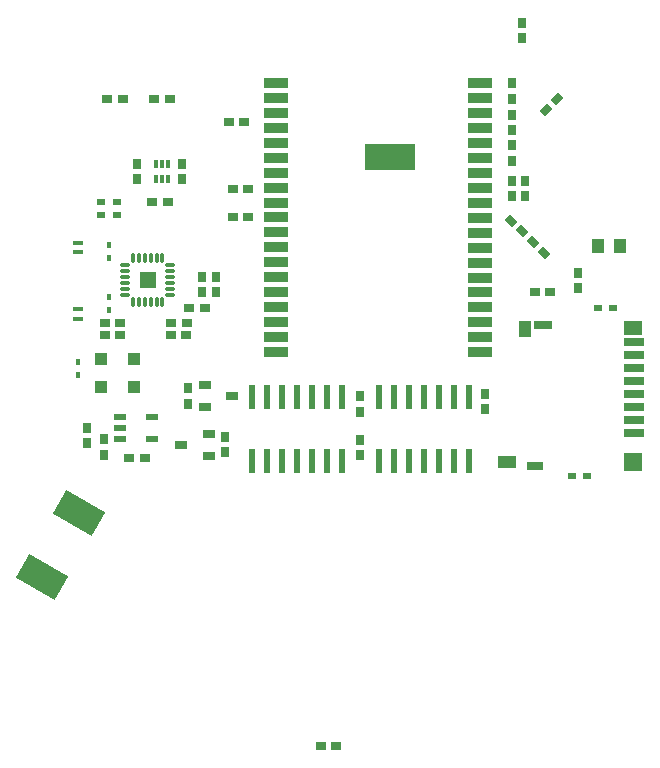
<source format=gbr>
G04 DipTrace 3.3.1.3*
G04 BottomPaste.gbr*
%MOIN*%
G04 #@! TF.FileFunction,Paste,Bot*
G04 #@! TF.Part,Single*
%AMOUTLINE0*
4,1,4,
-0.022272,0.002783,
-0.002783,0.022272,
0.022272,-0.002783,
0.002783,-0.022272,
-0.022272,0.002783,
0*%
%AMOUTLINE4*
4,1,4,
0.08742,0.001808,
0.042144,-0.076611,
-0.08742,-0.001808,
-0.042144,0.076611,
0.08742,0.001808,
0*%
%AMOUTLINE5*
4,1,4,
-0.017717,-0.01378,
-0.017717,0.01378,
0.017717,0.01378,
0.017717,-0.01378,
-0.017717,-0.01378,
0*%
%AMOUTLINE7*
4,1,4,
-0.002783,-0.022272,
-0.022272,-0.002783,
0.002783,0.022272,
0.022272,0.002783,
-0.002783,-0.022272,
0*%
%ADD21R,0.027559X0.035433*%
%ADD22R,0.035433X0.027559*%
%ADD33R,0.011811X0.026378*%
%ADD35R,0.041339X0.025591*%
%ADD41R,0.068898X0.027559*%
%ADD42R,0.059055X0.051181*%
%ADD43R,0.059055X0.059055*%
%ADD44R,0.061024X0.03937*%
%ADD45R,0.055118X0.031496*%
%ADD46R,0.059055X0.031496*%
%ADD47R,0.03937X0.057087*%
%ADD48R,0.07874X0.035433*%
%ADD50R,0.169291X0.090551*%
%ADD52O,0.033465X0.011811*%
%ADD53O,0.011811X0.033465*%
%ADD55R,0.057087X0.057087*%
%ADD56R,0.023622X0.07874*%
%ADD58R,0.043307X0.023622*%
%ADD111R,0.043307X0.051181*%
%ADD123R,0.037008X0.015748*%
%ADD125R,0.037008X0.003937*%
%ADD128R,0.03937X0.03937*%
%ADD130R,0.015748X0.023622*%
%ADD132R,0.027559X0.019685*%
%ADD137OUTLINE0*%
%ADD141OUTLINE4*%
%ADD142OUTLINE5*%
%ADD144OUTLINE7*%
%FSLAX26Y26*%
G04*
G70*
G90*
G75*
G01*
G04 BotPaste*
%LPD*%
D21*
X2081203Y2631203D3*
Y2682385D3*
X831205Y2362454D3*
Y2413635D3*
D137*
X2186320Y2116293D3*
X2150129Y2152484D3*
D21*
X1092421Y1985748D3*
Y2036929D3*
X1046533Y1986375D3*
Y2037556D3*
X1572592Y1639164D3*
Y1587983D3*
D22*
X944175Y1883858D3*
X995356D3*
X943327Y1841730D3*
X994508D3*
D21*
X1990948Y1646568D3*
Y1595387D3*
X718703Y1495475D3*
Y1444294D3*
D22*
X856203Y1432975D3*
X805022D3*
D141*
X637453Y1249954D3*
X513437Y1035152D3*
D130*
X737454Y2099953D3*
Y2143260D3*
Y1968703D3*
Y1925396D3*
X632080Y1752566D3*
Y1709259D3*
D128*
X820100Y1764923D3*
X709864D3*
X820100Y1671173D3*
X709864D3*
D125*
X635124Y1955406D3*
Y1975091D3*
Y1994776D3*
Y2014461D3*
Y2034146D3*
Y2053831D3*
Y2073516D3*
Y2093201D3*
D123*
Y2118792D3*
Y2150288D3*
Y1898319D3*
Y1929815D3*
D33*
X893703Y2412454D3*
X913388D3*
X933073D3*
Y2363241D3*
X913388D3*
X893703D3*
D35*
X1056203Y1601724D3*
Y1676528D3*
X1146755Y1639126D3*
X1068703Y1514224D3*
Y1439421D3*
X978152Y1476823D3*
D22*
X1137285Y2553198D3*
X1188466D3*
D21*
X2081643Y2526892D3*
Y2578074D3*
X2114203Y2832248D3*
Y2883429D3*
X2081202Y2306203D3*
Y2357385D3*
D22*
X932499Y2285282D3*
X881318D3*
D21*
X981203Y2362454D3*
Y2413635D3*
X2124954Y2306576D3*
Y2357757D3*
D137*
X2113101Y2188631D3*
X2076909Y2224823D3*
D22*
X773538Y1883996D3*
X722357D3*
D142*
X1004949Y1933323D3*
X1056130D3*
D22*
X773538Y1843064D3*
X722357D3*
D21*
X2081202Y2424362D3*
Y2475543D3*
D22*
X731203Y2631203D3*
X782385D3*
X887454D3*
X938635D3*
D144*
X2230507Y2630214D3*
X2194315Y2594022D3*
D21*
X1572543Y1442888D3*
Y1494070D3*
D22*
X1199953Y2331203D3*
X1148772D3*
D21*
X2299954Y1999953D3*
Y2051134D3*
D22*
X1199953Y2237454D3*
X1148772D3*
D21*
X999953Y1614224D3*
Y1665406D3*
X1124953Y1451726D3*
Y1502907D3*
X662453Y1532975D3*
Y1481794D3*
D22*
X2156203Y1987453D3*
X2207385D3*
X1441974Y474802D3*
X1493155D3*
D132*
X762453Y2243703D3*
X711272D3*
X762453Y2287453D3*
X711272D3*
X2417996Y1932121D3*
X2366815D3*
X2329777Y1373146D3*
X2278596D3*
D111*
X2365971Y2139921D3*
X2440774D3*
D41*
X2487454Y1818703D3*
Y1775357D3*
Y1732089D3*
X2487467Y1688756D3*
Y1645449D3*
Y1602155D3*
Y1558835D3*
X2487454Y1515554D3*
D42*
X2482730Y1865908D3*
D43*
Y1419058D3*
D44*
X2062074Y1421433D3*
D45*
X2157743Y1405304D3*
D46*
X2183360Y1875751D3*
D47*
X2124304Y1863192D3*
D48*
X1972017Y2684688D3*
X1972411Y2634688D3*
Y2584688D3*
Y2534688D3*
Y2484688D3*
Y2434688D3*
Y2384688D3*
Y2334688D3*
Y2284688D3*
Y2234688D3*
Y2184688D3*
Y2134688D3*
Y2084688D3*
Y2034688D3*
X1294377Y2035068D3*
Y2085068D3*
Y2135068D3*
Y2185067D3*
Y2235068D3*
Y1785068D3*
Y1835068D3*
Y1885068D3*
Y1935068D3*
Y1985068D3*
X1294379Y2284727D3*
Y2334727D3*
Y2384727D3*
Y2434727D3*
Y2484727D3*
Y2534727D3*
Y2584727D3*
Y2634727D3*
Y2684727D3*
D50*
X1672017Y2436577D3*
D48*
X1972407Y1985028D3*
Y1935028D3*
Y1885028D3*
Y1835028D3*
Y1785028D3*
D52*
X940695Y2076032D3*
Y2056346D3*
Y2036661D3*
Y2016976D3*
Y1997291D3*
Y1977606D3*
D53*
X915105Y1952016D3*
X895420D3*
X875735D3*
X856050D3*
X836365D3*
X816679D3*
D52*
X791089Y1977606D3*
Y1997291D3*
Y2016976D3*
Y2036661D3*
Y2056346D3*
Y2076032D3*
D53*
X816679Y2101622D3*
X836365D3*
X856050D3*
X875735D3*
X895420D3*
X915105D3*
D55*
X865892Y2026819D3*
D56*
X1512453Y1424953D3*
X1462453D3*
X1412453D3*
X1362453D3*
X1312453D3*
X1262453D3*
X1212453D3*
Y1637551D3*
X1262453D3*
X1312453D3*
X1362453D3*
X1412453D3*
X1462453D3*
X1512453D3*
X1937453Y1424953D3*
X1887453D3*
X1837453D3*
X1787453D3*
X1737453D3*
X1687453D3*
X1637453D3*
Y1637551D3*
X1687453D3*
X1737453D3*
X1787453D3*
X1837453D3*
X1887453D3*
X1937453D3*
D58*
X774953Y1495475D3*
Y1532877D3*
Y1570278D3*
X881252D3*
Y1495475D3*
M02*

</source>
